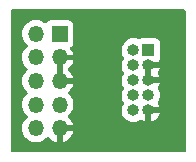
<source format=gbr>
%TF.GenerationSoftware,KiCad,Pcbnew,7.0.6*%
%TF.CreationDate,2025-02-23T16:11:35-08:00*%
%TF.ProjectId,jtag_adapter,6a746167-5f61-4646-9170-7465722e6b69,rev?*%
%TF.SameCoordinates,Original*%
%TF.FileFunction,Copper,L2,Bot*%
%TF.FilePolarity,Positive*%
%FSLAX46Y46*%
G04 Gerber Fmt 4.6, Leading zero omitted, Abs format (unit mm)*
G04 Created by KiCad (PCBNEW 7.0.6) date 2025-02-23 16:11:35*
%MOMM*%
%LPD*%
G01*
G04 APERTURE LIST*
%TA.AperFunction,ComponentPad*%
%ADD10R,1.350000X1.350000*%
%TD*%
%TA.AperFunction,ComponentPad*%
%ADD11O,1.350000X1.350000*%
%TD*%
%TA.AperFunction,ComponentPad*%
%ADD12R,1.000000X1.000000*%
%TD*%
%TA.AperFunction,ComponentPad*%
%ADD13O,1.000000X1.000000*%
%TD*%
G04 APERTURE END LIST*
D10*
%TO.P,J2,1,VTref*%
%TO.N,+3.3V*%
X73120000Y-71470000D03*
D11*
%TO.P,J2,2,SWDIO/TMS*%
%TO.N,Net-(J1-SWDIO{slash}TMS)*%
X71120000Y-71470000D03*
%TO.P,J2,3,GND*%
%TO.N,GND*%
X73120000Y-73470000D03*
%TO.P,J2,4,SWDCLK/TCK*%
%TO.N,Net-(J1-SWDCLK{slash}TCK)*%
X71120000Y-73470000D03*
%TO.P,J2,5,GND*%
%TO.N,GND*%
X73120000Y-75470000D03*
%TO.P,J2,6,SWO/TDO*%
%TO.N,Net-(J1-SWO{slash}TDO)*%
X71120000Y-75470000D03*
%TO.P,J2,7,KEY*%
%TO.N,unconnected-(J2-KEY-Pad7)*%
X73120000Y-77470000D03*
%TO.P,J2,8,NC/TDI*%
%TO.N,Net-(J1-NC{slash}TDI)*%
X71120000Y-77470000D03*
%TO.P,J2,9,GNDDetect*%
%TO.N,GND*%
X73120000Y-79470000D03*
%TO.P,J2,10,~{RESET}*%
%TO.N,Net-(J1-~{RESET})*%
X71120000Y-79470000D03*
%TD*%
D12*
%TO.P,J1,1,VTref*%
%TO.N,+3.3V*%
X80645000Y-72848804D03*
D13*
%TO.P,J1,2,SWDIO/TMS*%
%TO.N,Net-(J1-SWDIO{slash}TMS)*%
X79375000Y-72848804D03*
%TO.P,J1,3,GND*%
%TO.N,GND*%
X80645000Y-74118804D03*
%TO.P,J1,4,SWDCLK/TCK*%
%TO.N,Net-(J1-SWDCLK{slash}TCK)*%
X79375000Y-74118804D03*
%TO.P,J1,5,GND*%
%TO.N,GND*%
X80645000Y-75388804D03*
%TO.P,J1,6,SWO/TDO*%
%TO.N,Net-(J1-SWO{slash}TDO)*%
X79375000Y-75388804D03*
%TO.P,J1,7,KEY*%
%TO.N,unconnected-(J1-KEY-Pad7)*%
X80645000Y-76658804D03*
%TO.P,J1,8,NC/TDI*%
%TO.N,Net-(J1-NC{slash}TDI)*%
X79375000Y-76658804D03*
%TO.P,J1,9,GNDDetect*%
%TO.N,GND*%
X80645000Y-77928804D03*
%TO.P,J1,10,~{RESET}*%
%TO.N,Net-(J1-~{RESET})*%
X79375000Y-77928804D03*
%TD*%
%TA.AperFunction,Conductor*%
%TO.N,GND*%
G36*
X73370000Y-75154314D02*
G01*
X73358045Y-75142359D01*
X73245148Y-75084835D01*
X73151481Y-75070000D01*
X73088519Y-75070000D01*
X72994852Y-75084835D01*
X72881955Y-75142359D01*
X72870000Y-75154314D01*
X72870000Y-73785686D01*
X72881955Y-73797641D01*
X72994852Y-73855165D01*
X73088519Y-73870000D01*
X73151481Y-73870000D01*
X73245148Y-73855165D01*
X73358045Y-73797641D01*
X73370000Y-73785686D01*
X73370000Y-75154314D01*
G37*
%TD.AperFunction*%
%TA.AperFunction,Conductor*%
G36*
X83729763Y-69419491D02*
G01*
X83775518Y-69472295D01*
X83786724Y-69523806D01*
X83786724Y-81368621D01*
X83767039Y-81435660D01*
X83714235Y-81481415D01*
X83662724Y-81492621D01*
X69097621Y-81492621D01*
X69030582Y-81472936D01*
X68984827Y-81420132D01*
X68973621Y-81368621D01*
X68973621Y-79470000D01*
X69939464Y-79470000D01*
X69959564Y-79686918D01*
X69959564Y-79686920D01*
X69959565Y-79686923D01*
X70019183Y-79896459D01*
X70116288Y-80091472D01*
X70247573Y-80265322D01*
X70408568Y-80412088D01*
X70408575Y-80412092D01*
X70408576Y-80412093D01*
X70593786Y-80526770D01*
X70593792Y-80526773D01*
X70616664Y-80535633D01*
X70796931Y-80605470D01*
X71011074Y-80645500D01*
X71011076Y-80645500D01*
X71228924Y-80645500D01*
X71228926Y-80645500D01*
X71443069Y-80605470D01*
X71646210Y-80526772D01*
X71831432Y-80412088D01*
X71992427Y-80265322D01*
X72021359Y-80227009D01*
X72077465Y-80185373D01*
X72147177Y-80180680D01*
X72208360Y-80214421D01*
X72219267Y-80227009D01*
X72247942Y-80264981D01*
X72247949Y-80264989D01*
X72408868Y-80411685D01*
X72594012Y-80526322D01*
X72594023Y-80526327D01*
X72797060Y-80604984D01*
X72870000Y-80618619D01*
X72870000Y-79785686D01*
X72881955Y-79797641D01*
X72994852Y-79855165D01*
X73088519Y-79870000D01*
X73151481Y-79870000D01*
X73245148Y-79855165D01*
X73358045Y-79797641D01*
X73370000Y-79785686D01*
X73370000Y-80618619D01*
X73442939Y-80604984D01*
X73645976Y-80526327D01*
X73645987Y-80526322D01*
X73831130Y-80411685D01*
X73831131Y-80411685D01*
X73992054Y-80264985D01*
X74123284Y-80091208D01*
X74220348Y-79896280D01*
X74270505Y-79720000D01*
X73435686Y-79720000D01*
X73447641Y-79708045D01*
X73505165Y-79595148D01*
X73524986Y-79470000D01*
X73505165Y-79344852D01*
X73447641Y-79231955D01*
X73435686Y-79220000D01*
X74270505Y-79220000D01*
X74270505Y-79219999D01*
X74220348Y-79043719D01*
X74123284Y-78848791D01*
X73992056Y-78675017D01*
X73868055Y-78561976D01*
X73831774Y-78502265D01*
X73833534Y-78432417D01*
X73868052Y-78378704D01*
X73992427Y-78265322D01*
X74123712Y-78091472D01*
X74204711Y-77928804D01*
X78369659Y-77928804D01*
X78388975Y-78124933D01*
X78388976Y-78124936D01*
X78431563Y-78265327D01*
X78446188Y-78313537D01*
X78539086Y-78487336D01*
X78539090Y-78487343D01*
X78664116Y-78639687D01*
X78816460Y-78764713D01*
X78816467Y-78764717D01*
X78990266Y-78857615D01*
X78990269Y-78857615D01*
X78990273Y-78857618D01*
X79178868Y-78914828D01*
X79375000Y-78934145D01*
X79571132Y-78914828D01*
X79759727Y-78857618D01*
X79933538Y-78764714D01*
X79933544Y-78764708D01*
X79938607Y-78761327D01*
X79939624Y-78762849D01*
X79996021Y-78738888D01*
X80064890Y-78750670D01*
X80081424Y-78761293D01*
X80081678Y-78760914D01*
X80086738Y-78764295D01*
X80260465Y-78857153D01*
X80395000Y-78897963D01*
X80395000Y-78136476D01*
X80432871Y-78181609D01*
X80532129Y-78238916D01*
X80616564Y-78253804D01*
X80673436Y-78253804D01*
X80757871Y-78238916D01*
X80857129Y-78181609D01*
X80859483Y-78178804D01*
X80894999Y-78178804D01*
X80894999Y-78897963D01*
X81029529Y-78857156D01*
X81203260Y-78764295D01*
X81355528Y-78639332D01*
X81480492Y-78487064D01*
X81480496Y-78487057D01*
X81573347Y-78313345D01*
X81614160Y-78178804D01*
X80894999Y-78178804D01*
X80859483Y-78178804D01*
X80930801Y-78093811D01*
X80970000Y-77986110D01*
X80970000Y-77871498D01*
X80930801Y-77763797D01*
X80859483Y-77678804D01*
X81614160Y-77678804D01*
X81614160Y-77678803D01*
X81573347Y-77544262D01*
X81480496Y-77370550D01*
X81477110Y-77365482D01*
X81478784Y-77364363D01*
X81455081Y-77308550D01*
X81466874Y-77239683D01*
X81477839Y-77222622D01*
X81477523Y-77222411D01*
X81480904Y-77217348D01*
X81480910Y-77217342D01*
X81573814Y-77043531D01*
X81631024Y-76854936D01*
X81650341Y-76658804D01*
X81631024Y-76462672D01*
X81573814Y-76274077D01*
X81569135Y-76265324D01*
X81541927Y-76214421D01*
X81480910Y-76100266D01*
X81480906Y-76100261D01*
X81477526Y-76095203D01*
X81479044Y-76094188D01*
X81455081Y-76037766D01*
X81466872Y-75968898D01*
X81477492Y-75952378D01*
X81477111Y-75952124D01*
X81480497Y-75947056D01*
X81573347Y-75773345D01*
X81614160Y-75638804D01*
X80859483Y-75638804D01*
X80930801Y-75553811D01*
X80970000Y-75446110D01*
X80970000Y-75331498D01*
X80930801Y-75223797D01*
X80857129Y-75135999D01*
X80757871Y-75078692D01*
X80673436Y-75063804D01*
X80616564Y-75063804D01*
X80532129Y-75078692D01*
X80432871Y-75135999D01*
X80395000Y-75181131D01*
X80395000Y-74326476D01*
X80432871Y-74371609D01*
X80532129Y-74428916D01*
X80616564Y-74443804D01*
X80673436Y-74443804D01*
X80757871Y-74428916D01*
X80857129Y-74371609D01*
X80859483Y-74368804D01*
X80895000Y-74368804D01*
X80895000Y-75138804D01*
X81614160Y-75138804D01*
X81614160Y-75138803D01*
X81573347Y-75004262D01*
X81480497Y-74830551D01*
X81477111Y-74825484D01*
X81478665Y-74824445D01*
X81454759Y-74768165D01*
X81466547Y-74699297D01*
X81477441Y-74682344D01*
X81477111Y-74682124D01*
X81480497Y-74677056D01*
X81573347Y-74503345D01*
X81614160Y-74368804D01*
X80895000Y-74368804D01*
X80859483Y-74368804D01*
X80930801Y-74283811D01*
X80970000Y-74176110D01*
X80970000Y-74061498D01*
X80930801Y-73953797D01*
X80859483Y-73868804D01*
X81614160Y-73868804D01*
X81614160Y-73868803D01*
X81573348Y-73734266D01*
X81572345Y-73732389D01*
X81572115Y-73731287D01*
X81571018Y-73728637D01*
X81571520Y-73728428D01*
X81558105Y-73663986D01*
X81582440Y-73599625D01*
X81588796Y-73591135D01*
X81639091Y-73456287D01*
X81645500Y-73396677D01*
X81645499Y-72300932D01*
X81639091Y-72241321D01*
X81600525Y-72137921D01*
X81588797Y-72106475D01*
X81588793Y-72106468D01*
X81502547Y-71991259D01*
X81502544Y-71991256D01*
X81387335Y-71905010D01*
X81387328Y-71905006D01*
X81252482Y-71854712D01*
X81252483Y-71854712D01*
X81192883Y-71848305D01*
X81192881Y-71848304D01*
X81192873Y-71848304D01*
X81192864Y-71848304D01*
X80097129Y-71848304D01*
X80097123Y-71848305D01*
X80037516Y-71854712D01*
X79902671Y-71905006D01*
X79902666Y-71905009D01*
X79894614Y-71911037D01*
X79829149Y-71935452D01*
X79765530Y-71921908D01*
X79765359Y-71922322D01*
X79763123Y-71921396D01*
X79761850Y-71921125D01*
X79759729Y-71919991D01*
X79759728Y-71919990D01*
X79759727Y-71919990D01*
X79571132Y-71862780D01*
X79571129Y-71862779D01*
X79375000Y-71843463D01*
X79178870Y-71862779D01*
X78990266Y-71919992D01*
X78816467Y-72012890D01*
X78816460Y-72012894D01*
X78664116Y-72137920D01*
X78539090Y-72290264D01*
X78539086Y-72290271D01*
X78446188Y-72464070D01*
X78388975Y-72652674D01*
X78369659Y-72848804D01*
X78388975Y-73044933D01*
X78388976Y-73044936D01*
X78442081Y-73220000D01*
X78446188Y-73233537D01*
X78539086Y-73407336D01*
X78542473Y-73412405D01*
X78540836Y-73413498D01*
X78564596Y-73469467D01*
X78552795Y-73538333D01*
X78542109Y-73554960D01*
X78542473Y-73555203D01*
X78539086Y-73560271D01*
X78446188Y-73734070D01*
X78388975Y-73922674D01*
X78369659Y-74118804D01*
X78388975Y-74314933D01*
X78388976Y-74314936D01*
X78445699Y-74501927D01*
X78446188Y-74503537D01*
X78539086Y-74677336D01*
X78542473Y-74682405D01*
X78540836Y-74683498D01*
X78564596Y-74739467D01*
X78552795Y-74808333D01*
X78542109Y-74824960D01*
X78542473Y-74825203D01*
X78539086Y-74830271D01*
X78446188Y-75004070D01*
X78388975Y-75192674D01*
X78369659Y-75388804D01*
X78388975Y-75584933D01*
X78388976Y-75584936D01*
X78429947Y-75720000D01*
X78446188Y-75773537D01*
X78539086Y-75947336D01*
X78542473Y-75952405D01*
X78540836Y-75953498D01*
X78564596Y-76009467D01*
X78552795Y-76078333D01*
X78542109Y-76094960D01*
X78542473Y-76095203D01*
X78539086Y-76100271D01*
X78446188Y-76274070D01*
X78388975Y-76462674D01*
X78369659Y-76658804D01*
X78388975Y-76854933D01*
X78446188Y-77043537D01*
X78539086Y-77217336D01*
X78542473Y-77222405D01*
X78540836Y-77223498D01*
X78564596Y-77279467D01*
X78552795Y-77348333D01*
X78542109Y-77364960D01*
X78542473Y-77365203D01*
X78539086Y-77370271D01*
X78446188Y-77544070D01*
X78388975Y-77732674D01*
X78369659Y-77928804D01*
X74204711Y-77928804D01*
X74220817Y-77896459D01*
X74280435Y-77686923D01*
X74300536Y-77470000D01*
X74280435Y-77253077D01*
X74220817Y-77043541D01*
X74123712Y-76848528D01*
X73992427Y-76674678D01*
X73992425Y-76674675D01*
X73868055Y-76561298D01*
X73831773Y-76501587D01*
X73833534Y-76431740D01*
X73868056Y-76378023D01*
X73992054Y-76264985D01*
X74123284Y-76091208D01*
X74220348Y-75896280D01*
X74270505Y-75720000D01*
X73435686Y-75720000D01*
X73447641Y-75708045D01*
X73505165Y-75595148D01*
X73524986Y-75470000D01*
X73505165Y-75344852D01*
X73447641Y-75231955D01*
X73435686Y-75220000D01*
X74270505Y-75220000D01*
X74270505Y-75219999D01*
X74220348Y-75043719D01*
X74123284Y-74848791D01*
X73992056Y-74675017D01*
X73867684Y-74561638D01*
X73831403Y-74501927D01*
X73833163Y-74432079D01*
X73867684Y-74378362D01*
X73992056Y-74264982D01*
X74123284Y-74091208D01*
X74220348Y-73896280D01*
X74270505Y-73720000D01*
X73435686Y-73720000D01*
X73447641Y-73708045D01*
X73505165Y-73595148D01*
X73524986Y-73470000D01*
X73505165Y-73344852D01*
X73447641Y-73231955D01*
X73435686Y-73220000D01*
X74270505Y-73220000D01*
X74270505Y-73219999D01*
X74220348Y-73043719D01*
X74123284Y-72848791D01*
X74041852Y-72740957D01*
X74017160Y-72675595D01*
X74031725Y-72607261D01*
X74066493Y-72566965D01*
X74152546Y-72502546D01*
X74238796Y-72387331D01*
X74289091Y-72252483D01*
X74295500Y-72192873D01*
X74295499Y-70747128D01*
X74289091Y-70687517D01*
X74284302Y-70674678D01*
X74238797Y-70552671D01*
X74238793Y-70552664D01*
X74152547Y-70437455D01*
X74152544Y-70437452D01*
X74037335Y-70351206D01*
X74037328Y-70351202D01*
X73902482Y-70300908D01*
X73902483Y-70300908D01*
X73842883Y-70294501D01*
X73842881Y-70294500D01*
X73842873Y-70294500D01*
X73842864Y-70294500D01*
X72397129Y-70294500D01*
X72397123Y-70294501D01*
X72337516Y-70300908D01*
X72202671Y-70351202D01*
X72202664Y-70351206D01*
X72087455Y-70437452D01*
X72025214Y-70520594D01*
X71969279Y-70562465D01*
X71899588Y-70567448D01*
X71842411Y-70537920D01*
X71831434Y-70527913D01*
X71831429Y-70527910D01*
X71646213Y-70413229D01*
X71646207Y-70413226D01*
X71561113Y-70380260D01*
X71443069Y-70334530D01*
X71228926Y-70294500D01*
X71011074Y-70294500D01*
X70796931Y-70334530D01*
X70753896Y-70351202D01*
X70593792Y-70413226D01*
X70593786Y-70413229D01*
X70408576Y-70527906D01*
X70408566Y-70527913D01*
X70247574Y-70674676D01*
X70116288Y-70848527D01*
X70019184Y-71043537D01*
X69959564Y-71253081D01*
X69939464Y-71469999D01*
X69939464Y-71470000D01*
X69959564Y-71686918D01*
X69959564Y-71686920D01*
X69959565Y-71686923D01*
X70005482Y-71848304D01*
X70019184Y-71896462D01*
X70116288Y-72091472D01*
X70247574Y-72265324D01*
X70371572Y-72378363D01*
X70407854Y-72438074D01*
X70406093Y-72507922D01*
X70371572Y-72561637D01*
X70247574Y-72674675D01*
X70116288Y-72848527D01*
X70019184Y-73043537D01*
X70019182Y-73043541D01*
X70019183Y-73043541D01*
X69968977Y-73219999D01*
X69959564Y-73253081D01*
X69939464Y-73469999D01*
X69939464Y-73470000D01*
X69959564Y-73686918D01*
X69959564Y-73686920D01*
X69959565Y-73686923D01*
X70011655Y-73870000D01*
X70019184Y-73896462D01*
X70116288Y-74091472D01*
X70247574Y-74265324D01*
X70371572Y-74378363D01*
X70407854Y-74438074D01*
X70406093Y-74507922D01*
X70371572Y-74561637D01*
X70247574Y-74674675D01*
X70116288Y-74848527D01*
X70019184Y-75043537D01*
X70019182Y-75043541D01*
X70019183Y-75043541D01*
X69968977Y-75219999D01*
X69959564Y-75253081D01*
X69939464Y-75469999D01*
X69939464Y-75470000D01*
X69959564Y-75686918D01*
X69959564Y-75686920D01*
X69959565Y-75686923D01*
X69971819Y-75729990D01*
X70019184Y-75896462D01*
X70116288Y-76091472D01*
X70247574Y-76265324D01*
X70371572Y-76378363D01*
X70407854Y-76438074D01*
X70406093Y-76507922D01*
X70371572Y-76561637D01*
X70247574Y-76674675D01*
X70116288Y-76848527D01*
X70019184Y-77043537D01*
X70019182Y-77043541D01*
X70019183Y-77043541D01*
X69969733Y-77217342D01*
X69959564Y-77253081D01*
X69939464Y-77469999D01*
X69939464Y-77470000D01*
X69959564Y-77686918D01*
X69959564Y-77686920D01*
X69959565Y-77686923D01*
X69992536Y-77802804D01*
X70019184Y-77896462D01*
X70116288Y-78091472D01*
X70247574Y-78265324D01*
X70371572Y-78378363D01*
X70407854Y-78438074D01*
X70406093Y-78507922D01*
X70371572Y-78561637D01*
X70247574Y-78674675D01*
X70116288Y-78848527D01*
X70019184Y-79043537D01*
X70019182Y-79043541D01*
X70019183Y-79043541D01*
X69968977Y-79219999D01*
X69959564Y-79253081D01*
X69939464Y-79469999D01*
X69939464Y-79470000D01*
X68973621Y-79470000D01*
X68973621Y-69523806D01*
X68993306Y-69456767D01*
X69046110Y-69411012D01*
X69097621Y-69399806D01*
X83662724Y-69399806D01*
X83729763Y-69419491D01*
G37*
%TD.AperFunction*%
%TD*%
M02*

</source>
